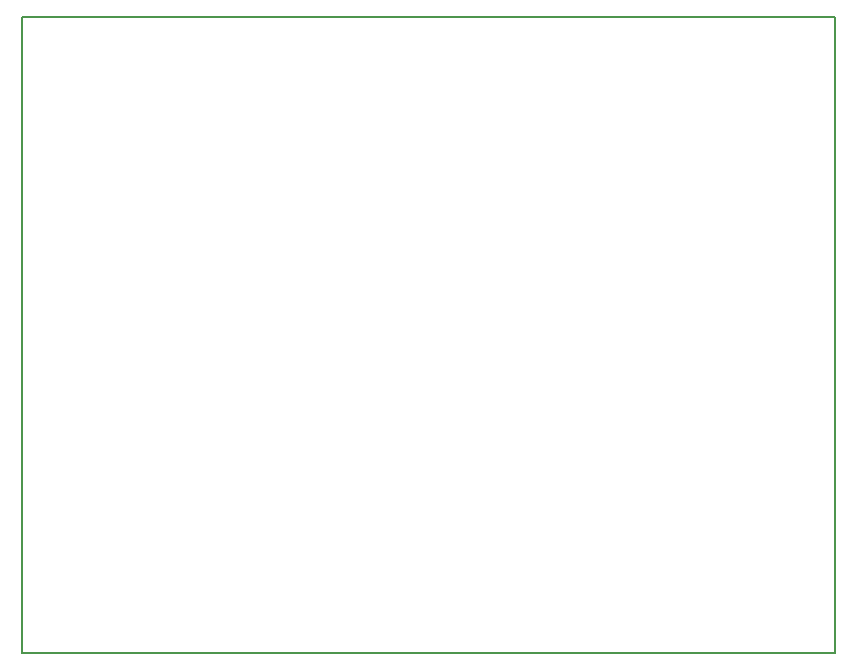
<source format=gbr>
%TF.GenerationSoftware,KiCad,Pcbnew,7.0.6-0*%
%TF.CreationDate,2023-09-30T12:37:56-04:00*%
%TF.ProjectId,UDM PCB,55444d20-5043-4422-9e6b-696361645f70,rev?*%
%TF.SameCoordinates,Original*%
%TF.FileFunction,Profile,NP*%
%FSLAX46Y46*%
G04 Gerber Fmt 4.6, Leading zero omitted, Abs format (unit mm)*
G04 Created by KiCad (PCBNEW 7.0.6-0) date 2023-09-30 12:37:56*
%MOMM*%
%LPD*%
G01*
G04 APERTURE LIST*
%TA.AperFunction,Profile*%
%ADD10C,0.200000*%
%TD*%
G04 APERTURE END LIST*
D10*
X155956000Y-81280000D02*
X224790000Y-81280000D01*
X224790000Y-135128000D01*
X155956000Y-135128000D01*
X155956000Y-81280000D01*
M02*

</source>
